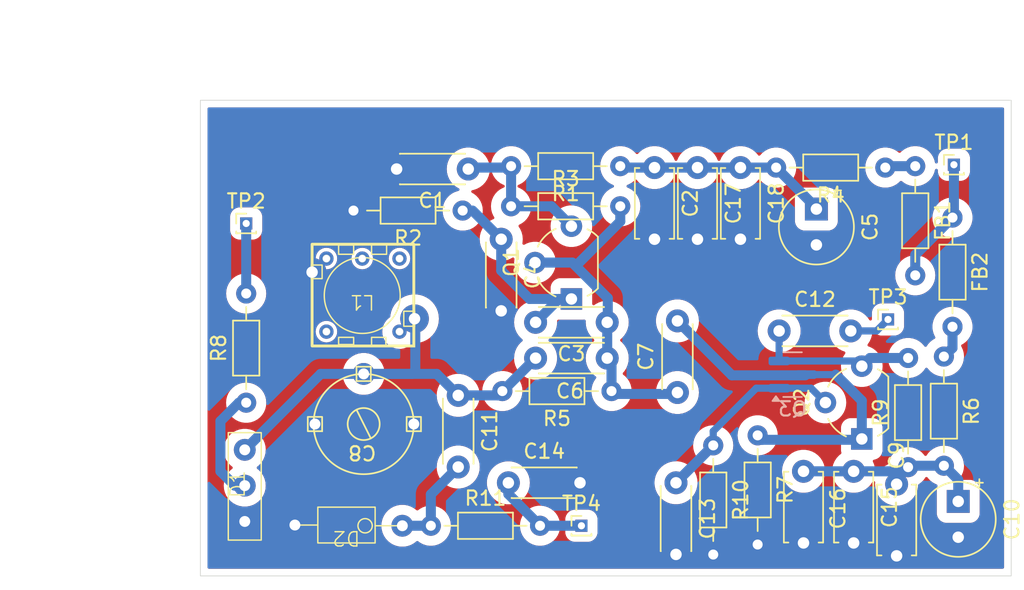
<source format=kicad_pcb>
(kicad_pcb (version 20241229) (generator "pcbnew") (generator_version "9.0")
  (layers (0 "F.Cu" signal) (2 "B.Cu" signal) (13 "F.Paste" user) (15 "B.Paste" user) (5 "F.SilkS" user "F.Silkscreen") (7 "B.SilkS" user "B.Silkscreen") (1 "F.Mask" user) (3 "B.Mask" user) (25 "Edge.Cuts" user))
  (net 0 "")
  (net 1 "Net-(Q1-C)")
  (net 2 "GND")
  (net 3 "Net-(C17-Pad1)")
  (net 4 "Net-(Q1-E)")
  (net 5 "Net-(Q1-B)")
  (net 6 "Net-(D1-A2)")
  (net 7 "Net-(Q2-G)")
  (net 8 "Net-(C10-Pad1)")
  (net 9 "Net-(D2-A1)")
  (net 10 "Net-(C12-Pad2)")
  (net 11 "Net-(Q2-D)")
  (net 12 "Net-(Q2-S)")
  (net 13 "Net-(C14-Pad1)")
  (net 14 "Net-(D1-K)")
  (net 15 "Net-(FB1-Pad1)")
  (net 16 "+15V")
  (net 17 "Net-(FB2-Pad2)")
  (net 18 "Net-(R8-Pad2)")
  (footprint "Capacitor_THT:C_Disc_D4.3mm_W1.9mm_P5.00mm" (layer "F.Cu") (at 151.5 103.5)
    (property "Reference" "C14" (at 2.5 -2.2 0) (layer "F.SilkS"))
    (property "Value" "10n")
    (fp_line (start 0.23 -1.07) (end 0.23 -1.055) (stroke (width 0.12)) (layer "F.SilkS"))
    (fp_line (start 0.23 -1.07) (end 4.77 -1.07) (stroke (width 0.12)) (layer "F.SilkS"))
    (fp_line (start 0.23 1.055) (end 0.23 1.07) (stroke (width 0.12)) (layer "F.SilkS"))
    (fp_line (start 0.23 1.07) (end 4.77 1.07) (stroke (width 0.12)) (layer "F.SilkS"))
    (fp_line (start 4.77 -1.07) (end 4.77 -1.055) (stroke (width 0.12)) (layer "F.SilkS"))
    (fp_line (start 4.77 1.055) (end 4.77 1.07) (stroke (width 0.12)) (layer "F.SilkS"))
    (pad "1" thru_hole circle (at 0 0) (size 1.6 1.6) (drill 0.8) (layers "*.Cu" "*.Mask") (net 13 "Net-(C14-Pad1)"))
    (pad "2" thru_hole circle (at 5 0) (size 1.6 1.6) (drill 0.8) (layers "*.Cu" "*.Mask") (net 2 "GND"))
  )
  (footprint "Resistor_THT:R_Axial_DIN0204_L3.6mm_D1.6mm_P7.62mm_Horizontal" (layer "F.Cu") (at 133.2 97.91 90)
    (property "Reference" "R8" (at 3.81 -1.92 90) (layer "F.SilkS"))
    (property "Value" "56k")
    (fp_line (start 5.73 -0.92) (end 1.89 -0.92) (stroke (width 0.12)) (layer "F.SilkS"))
    (fp_line (start 1.89 -0.92) (end 1.89 0.92) (stroke (width 0.12)) (layer "F.SilkS"))
    (fp_line (start 6.68 0) (end 5.73 0) (stroke (width 0.12)) (layer "F.SilkS"))
    (fp_line (start 0.94 0) (end 1.89 0) (stroke (width 0.12)) (layer "F.SilkS"))
    (fp_line (start 5.73 0.92) (end 5.73 -0.92) (stroke (width 0.12)) (layer "F.SilkS"))
    (fp_line (start 1.89 0.92) (end 5.73 0.92) (stroke (width 0.12)) (layer "F.SilkS"))
    (pad "1" thru_hole circle (at 0 0 90) (size 1.4 1.4) (drill 0.7) (layers "*.Cu" "*.Mask") (net 14 "Net-(D1-K)"))
    (pad "2" thru_hole oval (at 7.62 0 90) (size 1.4 1.4) (drill 0.7) (layers "*.Cu" "*.Mask") (net 18 "Net-(R8-Pad2)"))
  )
  (footprint "Resistor_THT:R_Axial_DIN0204_L3.6mm_D1.6mm_P7.62mm_Horizontal" (layer "F.Cu") (at 146.09 106.5)
    (property "Reference" "R11" (at 3.81 -1.92 0) (layer "F.SilkS"))
    (property "Value" "100k")
    (fp_line (start 0.94 0) (end 1.89 0) (stroke (width 0.12)) (layer "F.SilkS"))
    (fp_line (start 1.89 -0.92) (end 1.89 0.92) (stroke (width 0.12)) (layer "F.SilkS"))
    (fp_line (start 1.89 0.92) (end 5.73 0.92) (stroke (width 0.12)) (layer "F.SilkS"))
    (fp_line (start 5.73 -0.92) (end 1.89 -0.92) (stroke (width 0.12)) (layer "F.SilkS"))
    (fp_line (start 5.73 0.92) (end 5.73 -0.92) (stroke (width 0.12)) (layer "F.SilkS"))
    (fp_line (start 6.68 0) (end 5.73 0) (stroke (width 0.12)) (layer "F.SilkS"))
    (pad "1" thru_hole circle (at 0 0) (size 1.4 1.4) (drill 0.7) (layers "*.Cu" "*.Mask") (net 9 "Net-(D2-A1)"))
    (pad "2" thru_hole oval (at 7.62 0) (size 1.4 1.4) (drill 0.7) (layers "*.Cu" "*.Mask") (net 13 "Net-(C14-Pad1)"))
  )
  (footprint "Capacitor_THT:C_Disc_D4.7mm_W2.5mm_P5.00mm" (layer "F.Cu") (at 178.6 103.6 -90)
    (property "Reference" "C9" (at -2 0 90) (layer "F.SilkS"))
    (property "Value" "100n")
    (fp_line (start 0.03 1.37) (end 4.97 1.37) (stroke (width 0.12)) (layer "F.SilkS"))
    (fp_line (start 0.03 1.055) (end 0.03 1.37) (stroke (width 0.12)) (layer "F.SilkS"))
    (fp_line (start 4.97 1.055) (end 4.97 1.37) (stroke (width 0.12)) (layer "F.SilkS"))
    (fp_line (start 0.03 -1.37) (end 0.03 -1.055) (stroke (width 0.12)) (layer "F.SilkS"))
    (fp_line (start 0.03 -1.37) (end 4.97 -1.37) (stroke (width 0.12)) (layer "F.SilkS"))
    (fp_line (start 4.97 -1.37) (end 4.97 -1.055) (stroke (width 0.12)) (layer "F.SilkS"))
    (pad "1" thru_hole circle (at 0 0 270) (size 1.6 1.6) (drill 0.8) (layers "*.Cu" "*.Mask") (net 8 "Net-(C10-Pad1)"))
    (pad "2" thru_hole circle (at 5 0 270) (size 1.6 1.6) (drill 0.8) (layers "*.Cu" "*.Mask") (net 2 "GND"))
  )
  (footprint "Resistor_THT:R_Axial_DIN0204_L3.6mm_D1.6mm_P7.62mm_Horizontal" (layer "F.Cu") (at 165.8 100.89 -90)
    (property "Reference" "R10" (at 3.81 -1.92 90) (layer "F.SilkS"))
    (property "Value" "200")
    (fp_line (start 1.89 0.92) (end 5.73 0.92) (stroke (width 0.12)) (layer "F.SilkS"))
    (fp_line (start 5.73 0.92) (end 5.73 -0.92) (stroke (width 0.12)) (layer "F.SilkS"))
    (fp_line (start 0.94 0) (end 1.89 0) (stroke (width 0.12)) (layer "F.SilkS"))
    (fp_line (start 6.68 0) (end 5.73 0) (stroke (width 0.12)) (layer "F.SilkS"))
    (fp_line (start 1.89 -0.92) (end 1.89 0.92) (stroke (width 0.12)) (layer "F.SilkS"))
    (fp_line (start 5.73 -0.92) (end 1.89 -0.92) (stroke (width 0.12)) (layer "F.SilkS"))
    (pad "1" thru_hole circle (at 0 0 270) (size 1.4 1.4) (drill 0.7) (layers "*.Cu" "*.Mask") (net 12 "Net-(Q2-S)"))
    (pad "2" thru_hole oval (at 7.62 0 270) (size 1.4 1.4) (drill 0.7) (layers "*.Cu" "*.Mask") (net 2 "GND"))
  )
  (footprint "Cewki-powietrzne:Cewka-powietrzna-5mm" (layer "F.Cu") (at 141.3 90.4 180)
    (property "Reference" "L1" (at 0 -0.5 180) (layer "F.SilkS") (effects (font (thickness 0.1))))
    (property "Value" "52n")
    (fp_rect (start 2.8 1.15) (end 3.55 2.1) (stroke (width 0.1)) (fill no) (layer "F.SilkS"))
    (fp_rect (start 0.6 2.85) (end 1.65 3.5) (stroke (width 0.1)) (fill no) (layer "F.SilkS"))
    (fp_rect (start 0.6 -3.45) (end 1.65 -2.95) (stroke (width 0.1)) (fill no) (layer "F.SilkS"))
    (fp_rect (start -1.65 -3.5) (end -0.65 -2.95) (stroke (width 0.1)) (fill no) (layer "F.SilkS"))
    (fp_rect (start -1.7 2.85) (end -0.65 3.55) (stroke (width 0.1)) (fill no) (layer "F.SilkS"))
    (fp_rect (start -3.6 -3.55) (end 3.5 3.55) (stroke (width 0.2)) (fill no) (layer "F.SilkS"))
    (fp_rect (start -3.65 -2.175) (end -2.9 -1.125) (stroke (width 0.1)) (fill no) (layer "F.SilkS"))
    (fp_circle (center 0 -0.025) (end 2.65 -0.025) (stroke (width 0.1)) (fill no) (layer "F.SilkS"))
    (fp_circle (center 2.5 2.55) (end 2.75 2.55) (stroke (width 0.05)) (fill no) (layer "Edge.Cuts"))
    (fp_circle (center 2.5 -2.55) (end 2.75 -2.55) (stroke (width 0.05)) (fill no) (layer "Edge.Cuts"))
    (fp_circle (center 0 2.55) (end 0.25 2.55) (stroke (width 0.05)) (fill no) (layer "Edge.Cuts"))
    (fp_circle (center -2.6 2.55) (end -2.35 2.55) (stroke (width 0.05)) (fill no) (layer "Edge.Cuts"))
    (fp_circle (center -2.6 -2.55) (end -2.35 -2.55) (stroke (width 0.05)) (fill no) (layer "Edge.Cuts"))
    (pad "1" thru_hole circle (at -3.65 -1.65 180) (size 2 2) (drill 0.8) (layers "*.Cu" "*.Mask") (net 6 "Net-(D1-A2)"))
    (pad "2" thru_hole circle (at 3.5 1.6 180) (size 2 2) (drill 0.8) (layers "*.Cu" "*.Mask") (net 2 "GND"))
    (pad "3" thru_hole circle (at -2.6 -2.55 180) (size 1 1) (drill 0.5) (layers "*.Cu" "*.Mask") (net 6 "Net-(D1-A2)"))
    (pad "4" thru_hole circle (at 2.5 -2.55 180) (size 1 1) (drill 0.5) (layers "*.Cu" "*.Mask") (net 2 "GND"))
    (pad "5" thru_hole circle (at -2.6 2.55 180) (size 1 1) (drill 0.5) (layers "*.Cu" "*.Mask") (net 2 "GND"))
    (pad "6" thru_hole circle (at 0 2.55 180) (size 1 1) (drill 0.5) (layers "*.Cu" "*.Mask") (net 2 "GND"))
    (pad "7" thru_hole circle (at 2.5 2.55 180) (size 1 1) (drill 0.5) (layers "*.Cu" "*.Mask") (net 2 "GND"))
  )
  (footprint "Resistor_THT:R_Axial_DIN0204_L3.6mm_D1.6mm_P7.62mm_Horizontal" (layer "F.Cu") (at 179.9 81.4 -90)
    (property "Reference" "FB1" (at 3.81 -1.92 90) (layer "F.SilkS"))
    (property "Value" "BLM21HE802SN1L")
    (fp_line (start 1.89 0.92) (end 5.73 0.92) (stroke (width 0.12)) (layer "F.SilkS"))
    (fp_line (start 5.73 0.92) (end 5.73 -0.92) (stroke (width 0.12)) (layer "F.SilkS"))
    (fp_line (start 0.94 0) (end 1.89 0) (stroke (width 0.12)) (layer "F.SilkS"))
    (fp_line (start 6.68 0) (end 5.73 0) (stroke (width 0.12)) (layer "F.SilkS"))
    (fp_line (start 1.89 -0.92) (end 1.89 0.92) (stroke (width 0.12)) (layer "F.SilkS"))
    (fp_line (start 5.73 -0.92) (end 1.89 -0.92) (stroke (width 0.12)) (layer "F.SilkS"))
    (pad "1" thru_hole circle (at 0 0 270) (size 1.4 1.4) (drill 0.7) (layers "*.Cu" "*.Mask") (net 15 "Net-(FB1-Pad1)"))
    (pad "2" thru_hole oval (at 7.62 0 270) (size 1.4 1.4) (drill 0.7) (layers "*.Cu" "*.Mask") (net 16 "+15V"))
  )
  (footprint "Capacitor_THT:C_Disc_D4.7mm_W2.5mm_P5.00mm" (layer "F.Cu") (at 161.7 81.5 -90)
    (property "Reference" "C2" (at 2.5 -2.5 90) (layer "F.SilkS"))
    (property "Value" "100n")
    (fp_line (start 0.03 1.37) (end 4.97 1.37) (stroke (width 0.12)) (layer "F.SilkS"))
    (fp_line (start 0.03 1.055) (end 0.03 1.37) (stroke (width 0.12)) (layer "F.SilkS"))
    (fp_line (start 4.97 1.055) (end 4.97 1.37) (stroke (width 0.12)) (layer "F.SilkS"))
    (fp_line (start 0.03 -1.37) (end 0.03 -1.055) (stroke (width 0.12)) (layer "F.SilkS"))
    (fp_line (start 0.03 -1.37) (end 4.97 -1.37) (stroke (width 0.12)) (layer "F.SilkS"))
    (fp_line (start 4.97 -1.37) (end 4.97 -1.055) (stroke (width 0.12)) (layer "F.SilkS"))
    (pad "1" thru_hole circle (at 0 0 270) (size 1.6 1.6) (drill 0.8) (layers "*.Cu" "*.Mask") (net 3 "Net-(C17-Pad1)"))
    (pad "2" thru_hole circle (at 5 0 270) (size 1.6 1.6) (drill 0.8) (layers "*.Cu" "*.Mask") (net 2 "GND"))
  )
  (footprint "Package_TO_SOT_THT:TO-92_Wide" (layer "F.Cu") (at 155.9 90.67 90)
    (property "Reference" "Q1" (at 2.55 -4.19 90) (layer "F.SilkS"))
    (property "Value" "2N3904")
    (fp_line (start 0.74 1.85) (end 4.34 1.85) (stroke (width 0.12)) (layer "F.SilkS"))
    (fp_arc (start 3.65 -2.35) (mid 4.382279 -1.833196) (end 4.895458 -1.098371) (stroke (width 0.12)) (layer "F.SilkS"))
    (fp_arc (start 0.172801 -1.103842) (mid 0.678995 -1.832692) (end 1.4 -2.35) (stroke (width 0.12)) (layer "F.SilkS"))
    (fp_arc (start 4.864184 1.122795) (mid 4.633903 1.509328) (end 4.34 1.85) (stroke (width 0.12)) (layer "F.SilkS"))
    (fp_arc (start 0.74 1.85) (mid 0.446097 1.509328) (end 0.215816 1.122795) (stroke (width 0.12)) (layer "F.SilkS"))
    (pad "1" thru_hole rect (at 0 0 90) (size 1.5 1.5) (drill 0.8) (layers "*.Cu" "*.Mask") (net 4 "Net-(Q1-E)"))
    (pad "2" thru_hole circle (at 2.54 -2.54 90) (size 1.5 1.5) (drill 0.8) (layers "*.Cu" "*.Mask") (net 5 "Net-(Q1-B)"))
    (pad "3" thru_hole circle (at 5.08 0 90) (size 1.5 1.5) (drill 0.8) (layers "*.Cu" "*.Mask") (net 1 "Net-(Q1-C)"))
  )
  (footprint "Resistor_THT:R_Axial_DIN0204_L3.6mm_D1.6mm_P7.62mm_Horizontal" (layer "F.Cu") (at 158.7 97.1 180)
    (property "Reference" "R5" (at 3.81 -1.92 0) (layer "F.SilkS"))
    (property "Value" "10k")
    (fp_line (start 6.68 0) (end 5.73 0) (stroke (width 0.12)) (layer "F.SilkS"))
    (fp_line (start 5.73 0.92) (end 5.73 -0.92) (stroke (width 0.12)) (layer "F.SilkS"))
    (fp_line (start 5.73 -0.92) (end 1.89 -0.92) (stroke (width 0.12)) (layer "F.SilkS"))
    (fp_line (start 1.89 0.92) (end 5.73 0.92) (stroke (width 0.12)) (layer "F.SilkS"))
    (fp_line (start 1.89 -0.92) (end 1.89 0.92) (stroke (width 0.12)) (layer "F.SilkS"))
    (fp_line (start 0.94 0) (end 1.89 0) (stroke (width 0.12)) (layer "F.SilkS"))
    (pad "1" thru_hole circle (at 0 0 180) (size 1.4 1.4) (drill 0.7) (layers "*.Cu" "*.Mask") (net 5 "Net-(Q1-B)"))
    (pad "2" thru_hole oval (at 7.62 0 180) (size 1.4 1.4) (drill 0.7) (layers "*.Cu" "*.Mask") (net 6 "Net-(D1-A2)"))
  )
  (footprint "Resistor_THT:R_Axial_DIN0204_L3.6mm_D1.6mm_P7.62mm_Horizontal" (layer "F.Cu") (at 168.9 100.19 -90)
    (property "Reference" "R7" (at 3.81 -1.92 90) (layer "F.SilkS"))
    (property "Value" "1M")
    (fp_line (start 1.89 0.92) (end 5.73 0.92) (stroke (width 0.12)) (layer "F.SilkS"))
    (fp_line (start 5.73 0.92) (end 5.73 -0.92) (stroke (width 0.12)) (layer "F.SilkS"))
    (fp_line (start 0.94 0) (end 1.89 0) (stroke (width 0.12)) (layer "F.SilkS"))
    (fp_line (start 6.68 0) (end 5.73 0) (stroke (width 0.12)) (layer "F.SilkS"))
    (fp_line (start 1.89 -0.92) (end 1.89 0.92) (stroke (width 0.12)) (layer "F.SilkS"))
    (fp_line (start 5.73 -0.92) (end 1.89 -0.92) (stroke (width 0.12)) (layer "F.SilkS"))
    (pad "1" thru_hole circle (at 0 0 270) (size 1.4 1.4) (drill 0.7) (layers "*.Cu" "*.Mask") (net 7 "Net-(Q2-G)"))
    (pad "2" thru_hole oval (at 7.62 0 270) (size 1.4 1.4) (drill 0.7) (layers "*.Cu" "*.Mask") (net 2 "GND"))
  )
  (footprint "Resistor_THT:R_Axial_DIN0204_L3.6mm_D1.6mm_P7.62mm_Horizontal" (layer "F.Cu") (at 177.81 81.5 180)
    (property "Reference" "R4" (at 3.81 -1.92 0) (layer "F.SilkS"))
    (property "Value" "100")
    (fp_line (start 6.68 0) (end 5.73 0) (stroke (width 0.12)) (layer "F.SilkS"))
    (fp_line (start 5.73 0.92) (end 5.73 -0.92) (stroke (width 0.12)) (layer "F.SilkS"))
    (fp_line (start 5.73 -0.92) (end 1.89 -0.92) (stroke (width 0.12)) (layer "F.SilkS"))
    (fp_line (start 1.89 0.92) (end 5.73 0.92) (stroke (width 0.12)) (layer "F.SilkS"))
    (fp_line (start 1.89 -0.92) (end 1.89 0.92) (stroke (width 0.12)) (layer "F.SilkS"))
    (fp_line (start 0.94 0) (end 1.89 0) (stroke (width 0.12)) (layer "F.SilkS"))
    (pad "1" thru_hole circle (at 0 0 180) (size 1.4 1.4) (drill 0.7) (layers "*.Cu" "*.Mask") (net 15 "Net-(FB1-Pad1)"))
    (pad "2" thru_hole oval (at 7.62 0 180) (size 1.4 1.4) (drill 0.7) (layers "*.Cu" "*.Mask") (net 3 "Net-(C17-Pad1)"))
  )
  (footprint "Warikapy:BB105G" (layer "F.Cu") (at 140.4 106.5 180)
    (property "Reference" "D2" (at 0.213 -0.87 180) (layer "F.SilkS") (effects (font (thickness 0.1))))
    (property "Value" "BB105G")
    (fp_line (start 2.2 0.05) (end 3.8 0.05) (stroke (width 0.1)) (layer "F.SilkS"))
    (fp_line (start -3.7 0) (end -1.8 0) (stroke (width 0.1)) (layer "F.SilkS"))
    (fp_rect (start -1.8 -1.2) (end 2.2 1.3) (stroke (width 0.1)) (fill no) (layer "F.SilkS"))
    (fp_circle (center -1.1 0) (end -0.8 0.4) (stroke (width 0.1)) (fill no) (layer "F.SilkS"))
    (pad "1" thru_hole circle (at -3.7 0 180) (size 1.524 1.524) (drill 0.762) (layers "*.Cu" "*.Mask") (net 9 "Net-(D2-A1)"))
    (pad "2" thru_hole circle (at 3.8 0.05 180) (size 1.524 1.524) (drill 0.762) (layers "*.Cu" "*.Mask") (net 2 "GND"))
  )
  (footprint "Capacitor_THT:C_Disc_D4.3mm_W1.9mm_P5.00mm" (layer "F.Cu") (at 148 97.4 -90)
    (property "Reference" "C11" (at 2.5 -2.2 90) (layer "F.SilkS"))
    (property "Value" "3p3")
    (fp_line (start 0.23 1.07) (end 4.77 1.07) (stroke (width 0.12)) (layer "F.SilkS"))
    (fp_line (start 0.23 1.055) (end 0.23 1.07) (stroke (width 0.12)) (layer "F.SilkS"))
    (fp_line (start 4.77 1.055) (end 4.77 1.07) (stroke (width 0.12)) (layer "F.SilkS"))
    (fp_line (start 0.23 -1.07) (end 0.23 -1.055) (stroke (width 0.12)) (layer "F.SilkS"))
    (fp_line (start 0.23 -1.07) (end 4.77 -1.07) (stroke (width 0.12)) (layer "F.SilkS"))
    (fp_line (start 4.77 -1.07) (end 4.77 -1.055) (stroke (width 0.12)) (layer "F.SilkS"))
    (pad "1" thru_hole circle (at 0 0 270) (size 1.6 1.6) (drill 0.8) (layers "*.Cu" "*.Mask") (net 6 "Net-(D1-A2)"))
    (pad "2" thru_hole circle (at 5 0 270) (size 1.6 1.6) (drill 0.8) (layers "*.Cu" "*.Mask") (net 9 "Net-(D2-A1)"))
  )
  (footprint "Resistor_THT:R_Axial_DIN0204_L3.6mm_D1.6mm_P7.62mm_Horizontal" (layer "F.Cu") (at 148.31 84.5 180)
    (property "Reference" "R2" (at 3.81 -1.92 0) (layer "F.SilkS"))
    (property "Value" "4k7")
    (fp_line (start 6.68 0) (end 5.73 0) (stroke (width 0.12)) (layer "F.SilkS"))
    (fp_line (start 5.73 0.92) (end 5.73 -0.92) (stroke (width 0.12)) (layer "F.SilkS"))
    (fp_line (start 5.73 -0.92) (end 1.89 -0.92) (stroke (width 0.12)) (layer "F.SilkS"))
    (fp_line (start 1.89 0.92) (end 5.73 0.92) (stroke (width 0.12)) (layer "F.SilkS"))
    (fp_line (start 1.89 -0.92) (end 1.89 0.92) (stroke (width 0.12)) (layer "F.SilkS"))
    (fp_line (start 0.94 0) (end 1.89 0) (stroke (width 0.12)) (layer "F.SilkS"))
    (pad "1" thru_hole circle (at 0 0 180) (size 1.4 1.4) (drill 0.7) (layers "*.Cu" "*.Mask") (net 4 "Net-(Q1-E)"))
    (pad "2" thru_hole oval (at 7.62 0 180) (size 1.4 1.4) (drill 0.7) (layers "*.Cu" "*.Mask") (net 2 "GND"))
  )
  (footprint "Capacitor_THT:C_Disc_D4.3mm_W1.9mm_P5.00mm" (layer "F.Cu") (at 170.4 92.9)
    (property "Reference" "C12" (at 2.5 -2.2 0) (layer "F.SilkS"))
    (property "Value" "1n")
    (fp_line (start 0.23 -1.07) (end 0.23 -1.055) (stroke (width 0.12)) (layer "F.SilkS"))
    (fp_line (start 0.23 -1.07) (end 4.77 -1.07) (stroke (width 0.12)) (layer "F.SilkS"))
    (fp_line (start 0.23 1.055) (end 0.23 1.07) (stroke (width 0.12)) (layer "F.SilkS"))
    (fp_line (start 0.23 1.07) (end 4.77 1.07) (stroke (width 0.12)) (layer "F.SilkS"))
    (fp_line (start 4.77 -1.07) (end 4.77 -1.055) (stroke (width 0.12)) (layer "F.SilkS"))
    (fp_line (start 4.77 1.055) (end 4.77 1.07) (stroke (width 0.12)) (layer "F.SilkS"))
    (pad "1" thru_hole circle (at 0 0) (size 1.6 1.6) (drill 0.8) (layers "*.Cu" "*.Mask") (net 11 "Net-(Q2-D)"))
    (pad "2" thru_hole circle (at 5 0) (size 1.6 1.6) (drill 0.8) (layers "*.Cu" "*.Mask") (net 10 "Net-(C12-Pad2)"))
  )
  (footprint "Resistor_THT:R_Axial_DIN0204_L3.6mm_D1.6mm_P7.62mm_Horizontal" (layer "F.Cu") (at 151.69 84.2)
    (property "Reference" "R3" (at 3.81 -1.92 0) (layer "F.SilkS"))
    (property "Value" "15k")
    (fp_line (start 0.94 0) (end 1.89 0) (stroke (width 0.12)) (layer "F.SilkS"))
    (fp_line (start 1.89 -0.92) (end 1.89 0.92) (stroke (width 0.12)) (layer "F.SilkS"))
    (fp_line (start 1.89 0.92) (end 5.73 0.92) (stroke (width 0.12)) (layer "F.SilkS"))
    (fp_line (start 5.73 -0.92) (end 1.89 -0.92) (stroke (width 0.12)) (layer "F.SilkS"))
    (fp_line (start 5.73 0.92) (end 5.73 -0.92) (stroke (width 0.12)) (layer "F.SilkS"))
    (fp_line (start 6.68 0) (end 5.73 0) (stroke (width 0.12)) (layer "F.SilkS"))
    (pad "1" thru_hole circle (at 0 0) (size 1.4 1.4) (drill 0.7) (layers "*.Cu" "*.Mask") (net 1 "Net-(Q1-C)"))
    (pad "2" thru_hole oval (at 7.62 0) (size 1.4 1.4) (drill 0.7) (layers "*.Cu" "*.Mask") (net 5 "Net-(Q1-B)"))
  )
  (footprint "Resistor_THT:R_Axial_DIN0204_L3.6mm_D1.6mm_P7.62mm_Horizontal" (layer "F.Cu") (at 179.4 102.41 90)
    (property "Reference" "R9" (at 3.81 -1.92 90) (layer "F.SilkS"))
    (property "Value" "1k6")
    (fp_line (start 5.73 -0.92) (end 1.89 -0.92) (stroke (width 0.12)) (layer "F.SilkS"))
    (fp_line (start 1.89 -0.92) (end 1.89 0.92) (stroke (width 0.12)) (layer "F.SilkS"))
    (fp_line (start 6.68 0) (end 5.73 0) (stroke (width 0.12)) (layer "F.SilkS"))
    (fp_line (start 0.94 0) (end 1.89 0) (stroke (width 0.12)) (layer "F.SilkS"))
    (fp_line (start 5.73 0.92) (end 5.73 -0.92) (stroke (width 0.12)) (layer "F.SilkS"))
    (fp_line (start 1.89 0.92) (end 5.73 0.92) (stroke (width 0.12)) (layer "F.SilkS"))
    (pad "1" thru_hole circle (at 0 0 90) (size 1.4 1.4) (drill 0.7) (layers "*.Cu" "*.Mask") (net 8 "Net-(C10-Pad1)"))
    (pad "2" thru_hole oval (at 7.62 0 90) (size 1.4 1.4) (drill 0.7) (layers "*.Cu" "*.Mask") (net 11 "Net-(Q2-D)"))
  )
  (footprint "Capacitor_THT:C_Disc_D4.7mm_W2.5mm_P5.00mm" (layer "F.Cu") (at 172.1 102.7 -90)
    (property "Reference" "C16" (at 2.6 -2.4 90) (layer "F.SilkS"))
    (property "Value" "1n")
    (fp_line (start 0.03 1.37) (end 4.97 1.37) (stroke (width 0.12)) (layer "F.SilkS"))
    (fp_line (start 0.03 1.055) (end 0.03 1.37) (stroke (width 0.12)) (layer "F.SilkS"))
    (fp_line (start 4.97 1.055) (end 4.97 1.37) (stroke (width 0.12)) (layer "F.SilkS"))
    (fp_line (start 0.03 -1.37) (end 0.03 -1.055) (stroke (width 0.12)) (layer "F.SilkS"))
    (fp_line (start 0.03 -1.37) (end 4.97 -1.37) (stroke (width 0.12)) (layer "F.SilkS"))
    (fp_line (start 4.97 -1.37) (end 4.97 -1.055) (stroke (width 0.12)) (layer "F.SilkS"))
    (pad "1" thru_hole circle (at 0 0 270) (size 1.6 1.6) (drill 0.8) (layers "*.Cu" "*.Mask") (net 8 "Net-(C10-Pad1)"))
    (pad "2" thru_hole circle (at 5 0 270) (size 1.6 1.6) (drill 0.8) (layers "*.Cu" "*.Mask") (net 2 "GND"))
  )
  (footprint "Connector_PinHeader_1.00mm:PinHeader_1x01_P1.00mm_Vertical" (layer "F.Cu") (at 182.6 81.3)
    (property "Reference" "TP1" (at 0 -1.56 0) (layer "F.SilkS"))
    (property "Value" "+Vcc")
    (fp_line (start -0.695 -0.685) (end 0 -0.685) (stroke (width 0.12)) (layer "F.SilkS"))
    (fp_line (start -0.695 0) (end -0.695 -0.685) (stroke (width 0.12)) (layer "F.SilkS"))
    (fp_line (start -0.695 0.685) (end -0.695 0.56) (stroke (width 0.12)) (layer "F.SilkS"))
    (fp_line (start -0.695 0.685) (end -0.608276 0.685) (stroke (width 0.12)) (layer "F.SilkS"))
    (fp_line (start -0.695 0.685) (end 0.695 0.685) (stroke (width 0.12)) (layer "F.SilkS"))
    (fp_line (start 0.608276 0.685) (end 0.695 0.685) (stroke (width 0.12)) (layer "F.SilkS"))
    (fp_line (start 0.695 0.685) (end 0.695 0.56) (stroke (width 0.12)) (layer "F.SilkS"))
    (pad "1" thru_hole rect (at 0 0) (size 0.85 0.85) (drill 0.5) (layers "*.Cu" "*.Mask") (net 16 "+15V"))
  )
  (footprint "Connector_PinHeader_1.00mm:PinHeader_1x01_P1.00mm_Vertical" (layer "F.Cu") (at 156.6 106.5)
    (property "Reference" "TP4" (at 0 -1.56 0) (layer "F.SilkS"))
    (property "Value" "ARCz")
    (fp_line (start -0.695 -0.685) (end 0 -0.685) (stroke (width 0.12)) (layer "F.SilkS"))
    (fp_line (start -0.695 0) (end -0.695 -0.685) (stroke (width 0.12)) (layer "F.SilkS"))
    (fp_line (start -0.695 0.685) (end -0.695 0.56) (stroke (width 0.12)) (layer "F.SilkS"))
    (fp_line (start -0.695 0.685) (end -0.608276 0.685) (stroke (width 0.12)) (layer "F.SilkS"))
    (fp_line (start -0.695 0.685) (end 0.695 0.685) (stroke (width 0.12)) (layer "F.SilkS"))
    (fp_line (start 0.608276 0.685) (end 0.695 0.685) (stroke (width 0.12)) (layer "F.SilkS"))
    (fp_line (start 0.695 0.685) (end 0.695 0.56) (stroke (width 0.12)) (layer "F.SilkS"))
    (pad "1" thru_hole rect (at 0 0) (size 0.85 0.85) (drill 0.5) (layers "*.Cu" "*.Mask") (net 13 "Net-(C14-Pad1)"))
  )
  (footprint "Capacitor_THT:C_Disc_D4.3mm_W1.9mm_P5.00mm" (layer "F.Cu") (at 158.4 92.3 180)
    (property "Reference" "C3" (at 2.5 -2.2 0) (layer "F.SilkS"))
    (property "Value" "12p")
    (fp_line (start 4.77 1.055) (end 4.77 1.07) (stroke (width 0.12)) (layer "F.SilkS"))
    (fp_line (start 4.77 -1.07) (end 4.77 -1.055) (stroke (width 0.12)) (layer "F.SilkS"))
    (fp_line (start 0.23 1.07) (end 4.77 1.07) (stroke (width 0.12)) (layer "F.SilkS"))
    (fp_line (start 0.23 1.055) (end 0.23 1.07) (stroke (width 0.12)) (layer "F.SilkS"))
    (fp_line (start 0.23 -1.07) (end 4.77 -1.07) (stroke (width 0.12)) (layer "F.SilkS"))
    (fp_line (start 0.23 -1.07) (end 0.23 -1.055) (stroke (width 0.12)) (layer "F.SilkS"))
    (pad "1" thru_hole circle (at 0 0 180) (size 1.6 1.6) (drill 0.8) (layers "*.Cu" "*.Mask") (net 5 "Net-(Q1-B)"))
    (pad "2" thru_hole circle (at 5 0 180) (size 1.6 1.6) (drill 0.8) (layers "*.Cu" "*.Mask") (net 4 "Net-(Q1-E)"))
  )
  (footprint "Trymery-ceramiczne:Trymer 3-10pF" (layer "F.Cu") (at 141.4 99.4 180)
    (property "Reference" "C8" (at 0.1 -2 180) (layer "F.SilkS"))
    (property "Value" "3-12p")
    (fp_line (start -0.5 -1) (end 0.5 1) (stroke (width 0.12)) (layer "F.SilkS"))
    (fp_rect (start 2.9 -0.5) (end 3.9 0.5) (stroke (width 0.12)) (fill no) (layer "F.SilkS"))
    (fp_rect (start -0.5 3) (end 0.5 4) (stroke (width 0.12)) (fill no) (layer "F.SilkS"))
    (fp_rect (start -4 -0.5) (end -3 0.5) (stroke (width 0.12)) (fill no) (layer "F.SilkS"))
    (fp_circle (center 0 0) (end 3.5 0) (stroke (width 0.12)) (fill no) (layer "F.SilkS"))
    (fp_circle (center 0 0) (end 1 0.5) (stroke (width 0.12)) (fill no) (layer "F.SilkS"))
    (pad "1" thru_hole circle (at 0 3.5 180) (size 1.524 1.524) (drill 0.762) (layers "*.Cu" "*.Mask") (net 6 "Net-(D1-A2)"))
    (pad "2" thru_hole circle (at -3.5 0 180) (size 1.524 1.524) (drill 0.762) (layers "*.Cu" "*.Mask") (net 2 "GND"))
    (pad "2" thru_hole circle (at 3.4 0 180) (size 1.524 1.524) (drill 0.762) (layers "*.Cu" "*.Mask") (net 2 "GND"))
  )
  (footprint "Capacitor_THT:C_Disc_D4.3mm_W1.9mm_P5.00mm" (layer "F.Cu") (at 151 86.5 -90)
    (property "Reference" "C4" (at 2.5 -2.2 90) (layer "F.SilkS"))
    (property "Value" "12p")
    (fp_line (start 0.23 1.07) (end 4.77 1.07) (stroke (width 0.12)) (layer "F.SilkS"))
    (fp_line (start 0.23 1.055) (end 0.23 1.07) (stroke (width 0.12)) (layer "F.SilkS"))
    (fp_line (start 4.77 1.055) (end 4.77 1.07) (stroke (width 0.12)) (layer "F.SilkS"))
    (fp_line (start 0.23 -1.07) (end 0.23 -1.055) (stroke (width 0.12)) (layer "F.SilkS"))
    (fp_line (start 0.23 -1.07) (end 4.77 -1.07) (stroke (width 0.12)) (layer "F.SilkS"))
    (fp_line (start 4.77 -1.07) (end 4.77 -1.055) (stroke (width 0.12)) (layer "F.SilkS"))
    (pad "1" thru_hole circle (at 0 0 270) (size 1.6 1.6) (drill 0.8) (layers "*.Cu" "*.Mask") (net 4 "Net-(Q1-E)"))
    (pad "2" thru_hole circle (at 5 0 270) (size 1.6 1.6) (drill 0.8) (layers "*.Cu" "*.Mask") (net 2 "GND"))
  )
  (footprint "Capacitor_THT:C_Disc_D4.3mm_W1.9mm_P5.00mm" (layer "F.Cu") (at 158.4 94.8 180)
    (property "Reference" "C6" (at 2.6 -2.3 0) (layer "F.SilkS"))
    (property "Value" "12p")
    (fp_line (start 4.77 1.055) (end 4.77 1.07) (stroke (width 0.12)) (layer "F.SilkS"))
    (fp_line (start 4.77 -1.07) (end 4.77 -1.055) (stroke (width 0.12)) (layer "F.SilkS"))
    (fp_line (start 0.23 1.07) (end 4.77 1.07) (stroke (width 0.12)) (layer "F.SilkS"))
    (fp_line (start 0.23 1.055) (end 0.23 1.07) (stroke (width 0.12)) (layer "F.SilkS"))
    (fp_line (start 0.23 -1.07) (end 4.77 -1.07) (stroke (width 0.12)) (layer "F.SilkS"))
    (fp_line (start 0.23 -1.07) (end 0.23 -1.055) (stroke (width 0.12)) (layer "F.SilkS"))
    (pad "1" thru_hole circle (at 0 0 180) (size 1.6 1.6) (drill 0.8) (layers "*.Cu" "*.Mask") (net 5 "Net-(Q1-B)"))
    (pad "2" thru_hole circle (at 5 0 180) (size 1.6 1.6) (drill 0.8) (layers "*.Cu" "*.Mask") (net 6 "Net-(D1-A2)"))
  )
  (footprint "Capacitor_THT:C_Disc_D4.3mm_W1.9mm_P5.00mm" (layer "F.Cu") (at 148.7 81.6 180)
    (property "Reference" "C1" (at 2.5 -2.2 0) (layer "F.SilkS"))
    (property "Value" "1n")
    (fp_line (start 4.77 1.055) (end 4.77 1.07) (stroke (width 0.12)) (layer "F.SilkS"))
    (fp_line (start 4.77 -1.07) (end 4.77 -1.055) (stroke (width 0.12)) (layer "F.SilkS"))
    (fp_line (start 0.23 1.07) (end 4.77 1.07) (stroke (width 0.12)) (layer "F.SilkS"))
    (fp_line (start 0.23 1.055) (end 0.23 1.07) (stroke (width 0.12)) (layer "F.SilkS"))
    (fp_line (start 0.23 -1.07) (end 4.77 -1.07) (stroke (width 0.12)) (layer "F.SilkS"))
    (fp_line (start 0.23 -1.07) (end 0.23 -1.055) (stroke (width 0.12)) (layer "F.SilkS"))
    (pad "1" thru_hole circle (at 0 0 180) (size 1.6 1.6) (drill 0.8) (layers "*.Cu" "*.Mask") (net 1 "Net-(Q1-C)"))
    (pad "2" thru_hole circle (at 5 0 180) (size 1.6 1.6) (drill 0.8) (layers "*.Cu" "*.Mask") (net 2 "GND"))
  )
  (footprint "Capacitor_THT:CP_Radial_Tantal_D5.0mm_P2.50mm" (layer "F.Cu") (at 173 84.394888 -90)
    (property "Reference" "C5" (at 1.25 -3.75 90) (layer "F.SilkS"))
    (property "Value" "22u/16V")
    (fp_line (start -1.554775 -1.475) (end -1.054775 -1.475) (stroke (width 0.12)) (layer "F.SilkS"))
    (fp_line (start -1.304775 -1.725) (end -1.304775 -1.225) (stroke (width 0.12)) (layer "F.SilkS"))
    (fp_circle (center 1.25 0) (end 3.87 0) (stroke (width 0.12)) (fill no) (layer "F.SilkS"))
    (pad "1" thru_hole rect (at 0 0 270) (size 1.6 1.6) (drill 0.8) (layers "*.Cu" "*.Mask") (net 3 "Net-(C17-Pad1)"))
    (pad "2" thru_hole circle (at 2.5 0 270) (size 1.6 1.6) (drill 0.8) (layers "*.Cu" "*.Mask") (net 2 "GND"))
  )
  (footprint "Warikapy:BB104B" (layer "F.Cu") (at 133.1 103.6 90)
    (property "Reference" "D1" (at 0 -0.5 90) (layer "F.SilkS") (effects (font (thickness 0.1))))
    (property "Value" "~")
    (fp_rect (start -3.9 -1.15) (end 3.6 1.15) (stroke (width 0.1)) (fill no) (layer "F.SilkS"))
    (pad "1" thru_hole circle (at -2.6 0 90) (size 1.524 1.524) (drill 0.762) (layers "*.Cu" "*.Mask") (net 2 "GND"))
    (pad "2" thru_hole circle (at 2.4 0 90) (size 1.524 1.524) (drill 0.762) (layers "*.Cu" "*.Mask") (net 6 "Net-(D1-A2)"))
    (pad "3" thru_hole circle (at -0.1 0 90) (size 1.524 1.524) (drill 0.762) (layers "*.Cu" "*.Mask") (net 14 "Net-(D1-K)"))
  )
  (footprint "Capacitor_THT:C_Disc_D4.3mm_W1.9mm_P5.00mm" (layer "F.Cu") (at 163.3 97.2 90)
    (property "Reference" "C7" (at 2.5 -2.2 90) (layer "F.SilkS"))
    (property "Value" "2p2")
    (fp_line (start 4.77 -1.07) (end 4.77 -1.055) (stroke (width 0.12)) (layer "F.SilkS"))
    (fp_line (start 0.23 -1.07) (end 4.77 -1.07) (stroke (width 0.12)) (layer "F.SilkS"))
    (fp_line (start 0.23 -1.07) (end 0.23 -1.055) (stroke (width 0.12)) (layer "F.SilkS"))
    (fp_line (start 4.77 1.055) (end 4.77 1.07) (stroke (width 0.12)) (layer "F.SilkS"))
    (fp_line (start 0.23 1.055) (end 0.23 1.07) (stroke (width 0.12)) (layer "F.SilkS"))
    (fp_line (start 0.23 1.07) (end 4.77 1.07) (stroke (width 0.12)) (layer "F.SilkS"))
    (pad "1" thru_hole circle (at 0 0 90) (size 1.6 1.6) (drill 0.8) (layers "*.Cu" "*.Mask") (net 5 "Net-(Q1-B)"))
    (pad "2" thru_hole circle (at 5 0 90) (size 1.6 1.6) (drill 0.8) (layers "*.Cu" "*.Mask") (net 7 "Net-(Q2-G)"))
  )
  (footprint "Package_TO_SOT_THT:TO-92_Wide" (layer "F.Cu") (at 176.17 100.44 90)
    (property "Reference" "Q2" (at 2.55 -4.19 90) (layer "F.SilkS"))
    (property "Value" "BF245A")
    (fp_line (start 0.74 1.85) (end 4.34 1.85) (stroke (width 0.12)) (layer "F.SilkS"))
    (fp_arc (start 3.65 -2.35) (mid 4.382279 -1.833196) (end 4.895458 -1.098371) (stroke (width 0.12)) (layer "F.SilkS"))
    (fp_arc (start 0.172801 -1.103842) (mid 0.678995 -1.832692) (end 1.4 -2.35) (stroke (width 0.12)) (layer "F.SilkS"))
    (fp_arc (start 4.864184 1.122795) (mid 4.633903 1.509328) (end 4.34 1.85) (stroke (width 0.12)) (layer "F.SilkS"))
    (fp_arc (start 0.74 1.85) (mid 0.446097 1.509328) (end 0.215816 1.122795) (stroke (width 0.12)) (layer "F.SilkS"))
    (pad "1" thru_hole rect (at 0 0 90) (size 1.5 1.5) (drill 0.8) (layers "*.Cu" "*.Mask") (net 7 "Net-(Q2-G)"))
    (pad "2" thru_hole circle (at 2.54 -2.54 90) (size 1.5 1.5) (drill 0.8) (layers "*.Cu" "*.Mask") (net 12 "Net-(Q2-S)"))
    (pad "3" thru_hole circle (at 5.08 0 90) (size 1.5 1.5) (drill 0.8) (layers "*.Cu" "*.Mask") (net 11 "Net-(Q2-D)"))
  )
  (footprint "Capacitor_THT:CP_Radial_Tantal_D5.0mm_P2.50mm" (layer "F.Cu") (at 182.9 104.8 -90)
    (property "Reference" "C10" (at 1.25 -3.75 90) (layer "F.SilkS"))
    (property "Value" "22u/16V")
    (fp_line (start -1.554775 -1.475) (end -1.054775 -1.475) (stroke (width 0.12)) (layer "F.SilkS"))
    (fp_line (start -1.304775 -1.725) (end -1.304775 -1.225) (stroke (width 0.12)) (layer "F.SilkS"))
    (fp_circle (center 1.25 0) (end 3.87 0) (stroke (width 0.12)) (fill no) (layer "F.SilkS"))
    (pad "1" thru_hole rect (at 0 0 270) (size 1.6 1.6) (drill 0.8) (layers "*.Cu" "*.Mask") (net 8 "Net-(C10-Pad1)"))
    (pad "2" thru_hole circle (at 2.5 0 270) (size 1.6 1.6) (drill 0.8) (layers "*.Cu" "*.Mask") (net 2 "GND"))
  )
  (footprint "Connector_PinHeader_1.00mm:PinHeader_1x01_P1.00mm_Vertical" (layer "F.Cu") (at 133.2 85.4)
    (property "Reference" "TP2" (at 0 -1.56 0) (layer "F.SilkS"))
    (property "Value" "Vwarikap")
    (fp_line (start -0.695 -0.685) (end 0 -0.685) (stroke (width 0.12)) (layer "F.SilkS"))
    (fp_line (start -0.695 0) (end -0.695 -0.685) (stroke (width 0.12)) (layer "F.SilkS"))
    (fp_line (start -0.695 0.685) (end -0.695 0.56) (stroke (width 0.12)) (layer "F.SilkS"))
    (fp_line (start -0.695 0.685) (end -0.608276 0.685) (stroke (width 0.12)) (layer "F.SilkS"))
    (fp_line (start -0.695 0.685) (end 0.695 0.685) (stroke (width 0.12)) (layer "F.SilkS"))
    (fp_line (start 0.608276 0.685) (end 0.695 0.685) (stroke (width 0.12)) (layer "F.SilkS"))
    (fp_line (start 0.695 0.685) (end 0.695 0.56) (stroke (width 0.12)) (layer "F.SilkS"))
    (pad "1" thru_hole rect (at 0 0) (size 0.85 0.85) (drill 0.5) (layers "*.Cu" "*.Mask") (net 18 "Net-(R8-Pad2)"))
  )
  (footprint "Resistor_THT:R_Axial_DIN0204_L3.6mm_D1.6mm_P7.62mm_Horizontal" (layer "F.Cu") (at 159.31 81.4 180)
    (property "Reference" "R1" (at 3.81 -1.92 0) (layer "F.SilkS"))
    (property "Value" "1k")
    (fp_line (start 6.68 0) (end 5.73 0) (stroke (width 0.12)) (layer "F.SilkS"))
    (fp_line (start 5.73 0.92) (end 5.73 -0.92) (stroke (width 0.12)) (layer "F.SilkS"))
    (fp_line (start 5.73 -0.92) (end 1.89 -0.92) (stroke (width 0.12)) (layer "F.SilkS"))
    (fp_line (start 1.89 0.92) (end 5.73 0.92) (stroke (width 0.12)) (layer "F.SilkS"))
    (fp_line (start 1.89 -0.92) (end 1.89 0.92) (stroke (width 0.12)) (layer "F.SilkS"))
    (fp_line (start 0.94 0) (end 1.89 0) (stroke (width 0.12)) (layer "F.SilkS"))
    (pad "1" thru_hole circle (at 0 0 180) (size 1.4 1.4) (drill 0.7) (layers "*.Cu" "*.Mask") (net 3 "Net-(C17-Pad1)"))
    (pad "2" thru_hole oval (at 7.62 0 180) (size 1.4 1.4) (drill 0.7) (layers "*.Cu" "*.Mask") (net 1 "Net-(Q1-C)"))
  )
  (footprint "Resistor_THT:R_Axial_DIN0204_L3.6mm_D1.6mm_P7.62mm_Horizontal" (layer "F.Cu") (at 182.5 84.99 -90)
    (property "Reference" "FB2" (at 3.81 -1.92 90) (layer "F.SilkS"))
    (property "Value" "BLM21HE802SN1L")
    (fp_line (start 1.89 0.92) (end 5.73 0.92) (stroke (width 0.12)) (layer "F.SilkS"))
    (fp_line (start 5.73 0.92) (end 5.73 -0.92) (stroke (width 0.12)) (layer "F.SilkS"))
    (fp_line (start 0.94 0) (end 1.89 0) (stroke (width 0.12)) (layer "F.SilkS"))
    (fp_line (start 6.68 0) (end 5.73 0) (stroke (width 0.12)) (layer "F.SilkS"))
    (fp_line (start 1.89 -0.92) (end 1.89 0.92) (stroke (width 0.12)) (layer "F.SilkS"))
    (fp_line (start 5.73 -0.92) (end 1.89 -0.92) (stroke (width 0.12)) (layer "F.SilkS"))
    (pad "1" thru_hole circle (at 0 0 270) (size 1.4 1.4) (drill 0.7) (layers "*.Cu" "*.Mask") (net 16 "+15V"))
    (pad "2" thru_hole oval (at 7.62 0 270) (size 1.4 1.4) (drill 0.7) (layers "*.Cu" "*.Mask") (net 17 "Net-(FB2-Pad2)"))
  )
  (footprint "Capacitor_THT:C_Disc_D4.3mm_W1.9mm_P5.00mm" (layer "F.Cu") (at 163.2 103.5 -90)
    (property "Reference" "C13" (at 2.5 -2.2 90) (layer "F.SilkS"))
    (property "Value" "1n")
    (fp_line (start 0.23 1.07) (end 4.77 1.07) (stroke (width 0.12)) (layer "F.SilkS"))
    (fp_line (start 0.23 1.055) (end 0.23 1.07) (stroke (width 0.12)) (layer "F.SilkS"))
    (fp_line (start 4.77 1.055) (end 4.77 1.07) (stroke (width 0.12)) (layer "F.SilkS"))
    (fp_line (start 0.23 -1.07) (end 0.23 -1.055) (stroke (width 0.12)) (layer "F.SilkS"))
    (fp_line (start 0.23 -1.07) (end 4.77 -1.07) (stroke (width 0.12)) (layer "F.SilkS"))
    (fp_line (start 4.77 -1.07) (end 4.77 -1.055) (stroke (width 0.12)) (layer "F.SilkS"))
    (pad "1" thru_hole circle (at 0 0 270) (size 1.6 1.6) (drill 0.8) (layers "*.Cu" "*.Mask") (net 12 "Net-(Q2-S)"))
    (pad "2" thru_hole circle (at 5 0 270) (size 1.6 1.6) (drill 0.8) (layers "*.Cu" "*.Mask") (net 2 "GND"))
  )
  (footprint "Capacitor_THT:C_Disc_D4.7mm_W2.5mm_P5.00mm" (layer "F.Cu") (at 175.6 102.7 -90)
    (property "Reference" "C15" (at 2.5 -2.5 90) (layer "F.SilkS"))
    (property "Value" "10n")
    (fp_line (start 0.03 1.37) (end 4.97 1.37) (stroke (width 0.12)) (layer "F.SilkS"))
    (fp_line (start 0.03 1.055) (end 0.03 1.37) (stroke (width 0.12)) (layer "F.SilkS"))
    (fp_line (start 4.97 1.055) (end 4.97 1.37) (stroke (width 0.12)) (layer "F.SilkS"))
    (fp_line (start 0.03 -1.37) (end 0.03 -1.055) (stroke (width 0.12)) (layer "F.SilkS"))
    (fp_line (start 0.03 -1.37) (end 4.97 -1.37) (stroke (width 0.12)) (layer "F.SilkS"))
    (fp_line (start 4.97 -1.37) (end 4.97 -1.055) (stroke (width 0.12)) (layer "F.SilkS"))
    (pad "1" thru_hole circle (at 0 0 270) (size 1.6 1.6) (drill 0.8) (layers "*.Cu" "*.Mask") (net 8 "Net-(C10-Pad1)"))
    (pad "2" thru_hole circle (at 5 0 270) (size 1.6 1.6) (drill 0.8) (layers "*.Cu" "*.Mask") (net 2 "GND"))
  )
  (footprint "Capacitor_THT:C_Disc_D4.7mm_W2.5mm_P5.00mm" (layer "F.Cu") (at 164.7 81.5 -90)
    (property "Reference" "C17" (at 2.5 -2.5 90) (layer "F.SilkS"))
    (property "Value" "10n")
    (fp_line (start 0.03 1.37) (end 4.97 1.37) (stroke (width 0.12)) (layer "F.SilkS"))
    (fp_line (start 0.03 1.055) (end 0.03 1.37) (stroke (width 0.12)) (layer "F.SilkS"))
    (fp_line (start 4.97 1.055) (end 4.97 1.37) (stroke (width 0.12)) (layer "F.SilkS"))
    (fp_line (start 0.03 -1.37) (end 0.03 -1.055) (stroke (width 0.12)) (layer "F.SilkS"))
    (fp_line (start 0.03 -1.37) (end 4.97 -1.37) (stroke (width 0.12)) (layer "F.SilkS"))
    (fp_line (start 4.97 -1.37) (end 4.97 -1.055) (stroke (width 0.12)) (layer "F.SilkS"))
    (pad "1" thru_hole circle (at 0 0 270) (size 1.6 1.6) (drill 0.8) (layers "*.Cu" "*.Mask") (net 3 "Net-(C17-Pad1)"))
    (pad "2" thru_hole circle (at 5 0 270) (size 1.6 1.6) (drill 0.8) (layers "*.Cu" "*.Mask") (net 2 "GND"))
  )
  (footprint "Resistor_THT:R_Axial_DIN0204_L3.6mm_D1.6mm_P7.62mm_Horizontal" (layer "F.Cu") (at 181.9 94.69 -90)
    (property "Reference" "R6" (at 3.81 -1.92 90) (layer "F.SilkS"))
    (property "Value" "100")
    (fp_line (start 1.89 0.92) (end 5.73 0.92) (stroke (width 0.12)) (layer "F.SilkS"))
    (fp_line (start 5.73 0.92) (end 5.73 -0.92) (stroke (width 0.12)) (layer "F.SilkS"))
    (fp_line (start 0.94 0) (end 1.89 0) (stroke (width 0.12)) (layer "F.SilkS"))
    (fp_line (start 6.68 0) (end 5.73 0) (stroke (width 0.12)) (layer "F.SilkS"))
    (fp_line (start 1.89 -0.92) (end 1.89 0.92) (stroke (width 0.12)) (layer "F.SilkS"))
    (fp_line (start 5.73 -0.92) (end 1.89 -0.92) (stroke (width 0.12)) (layer "F.SilkS"))
    (pad "1" thru_hole circle (at 0 0 270) (size 1.4 1.4) (drill 0.7) (layers "*.Cu" "*.Mask") (net 17 "Net-(FB2-Pad2)"))
    (pad "2" thru_hole oval (at 7.62 0 270) (size 1.4 1.4) (drill 0.7) (layers "*.Cu" "*.Mask") (net 8 "Net-(C10-Pad1)"))
  )
  (footprint "Connector_PinHeader_1.00mm:PinHeader_1x01_P1.00mm_Vertical" (layer "F.Cu") (at 178 92.1)
    (property "Reference" "TP3" (at 0 -1.56 0) (layer "F.SilkS"))
    (property "Value" "Heterodyna OUT")
    (fp_line (start -0.695 -0.685) (end 0 -0.685) (stroke (width 0.12)) (layer "F.SilkS"))
    (fp_line (start -0.695 0) (end -0.695 -0.685) (stroke (width 0.12)) (layer "F.SilkS"))
    (fp_line (start -0.695 0.685) (end -0.695 0.56) (stroke (width 0.12)) (layer "F.SilkS"))
    (fp_line (start -0.695 0.685) (end -0.608276 0.685) (stroke (width 0.12)) (layer "F.SilkS"))
    (fp_line (start -0.695 0.685) (end 0.695 0.685) (stroke (width 0.12)) (layer "F.SilkS"))
    (fp_line (start 0.608276 0.685) (end 0.695 0.685) (stroke (width 0.12)) (layer "F.SilkS"))
    (fp_line (start 0.695 0.685) (end 0.695 0.56) (stroke (width 0.12)) (layer "F.SilkS"))
    (pad "1" thru_hole rect (at 0 0) (size 0.85 0.85) (drill 0.5) (layers "*.Cu" "*.Mask") (net 10 "Net-(C12-Pad2)"))
  )
  (footprint "Capacitor_THT:C_Disc_D4.7mm_W2.5mm_P5.00mm" (layer "F.Cu") (at 167.7 81.5 -90)
    (property "Reference" "C18" (at 2.5 -2.5 90) (layer "F.SilkS"))
    (property "Value" "1n")
    (fp_line (start 0.03 1.37) (end 4.97 1.37) (stroke (width 0.12)) (layer "F.SilkS"))
    (fp_line (start 0.03 1.055) (end 0.03 1.37) (stroke (width 0.12)) (layer "F.SilkS"))
    (fp_line (start 4.97 1.055) (end 4.97 1.37) (stroke (width 0.12)) (layer "F.SilkS"))
    (fp_line (start 0.03 -1.37) (end 0.03 -1.055) (stroke (width 0.12)) (layer "F.SilkS"))
    (fp_line (start 0.03 -1.37) (end 4.97 -1.37) (stroke (width 0.12)) (layer "F.SilkS"))
    (fp_line (start 4.97 -1.37) (end 4.97 -1.055) (stroke (width 0.12)) (layer "F.SilkS"))
    (pad "1" thru_hole circle (at 0 0 270) (size 1.6 1.6) (drill 0.8) (layers "*.Cu" "*.Mask") (net 3 "Net-(C17-Pad1)"))
    (pad "2" thru_hole circle (at 5 0 270) (size 1.6 1.6) (drill 0.8) (layers "*.Cu" "*.Mask") (net 2 "GND"))
  )
  (footprint "Package_TO_SOT_SMD:SOT-23" (layer "B.Cu") (at 171.3375 95.95)
    (property "Reference" "Q3" (at 0 2.4 0) (layer "B.SilkS") (effects (justify mirror)))
    (property "Value" "BF545B")
    (fp_line (start -0.65 -1.56) (end 0 -1.56) (stroke (width 0.12)) (layer "B.SilkS"))
    (fp_line (start -0.65 1.56) (end 0 1.56) (stroke (width 0.12)) (layer "B.SilkS"))
    (fp_line (start 0.65 -1.56) (end 0 -1.56) (stroke (width 0.12)) (layer "B.SilkS"))
    (fp_line (start 0.65 1.56) (end 0 1.56) (stroke (width 0.12)) (layer "B.SilkS"))
    (fp_poly (pts (xy -1.1625 1.51) (xy -1.4025 1.84) (xy -0.9225 1.84) (xy -1.1625 1.51)) (stroke (width 0.12)) (fill yes) (layer "B.SilkS"))
    (pad "1" smd roundrect (at -0.9375 0.95) (size 1.475 0.6) (layers "B.Cu" "B.Mask" "B.Paste") (net 12 "Net-(Q2-S)"))
    (pad "2" smd roundrect (at -0.9375 -0.95) (size 1.475 0.6) (layers "B.Cu" "B.Mask" "B.Paste") (net 11 "Net-(Q2-D)"))
    (pad "3" smd roundrect (at 0.9375 0) (size 1.475 0.6) (layers "B.Cu" "B.Mask" "B.Paste") (net 7 "Net-(Q2-G)"))
  )
  (gr_rect (start 130 76.8) (end 186.6 110) (stroke (width 0.05)) (fill no) (layer "Edge.Cuts"))
  (segment (start 151.69 82.9) (end 151.79 82.8) (width 0.5) (layer "B.Cu") (net 1))
  (segment (start 151.69 84) (end 151.69 82.9) (width 0.5) (layer "B.Cu") (net 1))
  (segment (start 148.7 81.5) (end 151.69 81.5) (width 0.7) (layer "B.Cu") (net 1))
  (segment (start 151.69 84.2) (end 154.51 84.2) (width 0.7) (layer "B.Cu") (net 1))
  (segment (start 151.69 81.5) (end 151.69 84) (width 0.7) (layer "B.Cu") (net 1))
  (segment (start 154.51 84.2) (end 155.9 85.59) (width 0.7) (layer "B.Cu") (net 1))
  (segment (start 170.19 81.5) (end 172.89 84.2) (width 0.7) (layer "B.Cu") (net 3))
  (segment (start 159.31 81.5) (end 163.9 81.5) (width 0.7) (layer "B.Cu") (net 3))
  (segment (start 172.89 84.2) (end 173 84.2) (width 0.7) (layer "B.Cu") (net 3))
  (segment (start 163.9 81.5) (end 170.19 81.5) (width 0.7) (layer "B.Cu") (net 3))
  (segment (start 148.31 84.5) (end 149 84.5) (width 0.5) (layer "B.Cu") (net 4))
  (segment (start 151 86.5) (end 151 86.58) (width 0.5) (layer "B.Cu") (net 4))
  (segment (start 152.98 90.67) (end 155.9 90.67) (width 0.7) (layer "B.Cu") (net 4))
  (segment (start 153.46 92.24) (end 153.4 92.3) (width 0.5) (layer "B.Cu") (net 4))
  (segment (start 149 84.5) (end 151 86.5) (width 0.7) (layer "B.Cu") (net 4))
  (segment (start 155.9 90.67) (end 155.03 90.67) (width 0.7) (layer "B.Cu") (net 4))
  (segment (start 155.03 90.67) (end 153.4 92.3) (width 0.7) (layer "B.Cu") (net 4))
  (segment (start 151 88.69) (end 152.98 90.67) (width 0.7) (layer "B.Cu") (net 4))
  (segment (start 151 86.5) (end 151 88.69) (width 0.7) (layer "B.Cu") (net 4))
  (segment (start 158.9 97.3) (end 163.2 97.3) (width 0.7) (layer "B.Cu") (net 5))
  (segment (start 158.44 90.61) (end 158.44 92.26) (width 0.7) (layer "B.Cu") (net 5))
  (segment (start 159.31 84.2) (end 159.31 85.26) (width 0.7) (layer "B.Cu") (net 5))
  (segment (start 155.96 88.13) (end 158.44 90.61) (width 0.7) (layer "B.Cu") (net 5))
  (segment (start 158.7 95.1) (end 158.7 97.1) (width 0.7) (layer "B.Cu") (net 5))
  (segment (start 158.44 92.26) (end 158.4 92.3) (width 0.7) (layer "B.Cu") (net 5))
  (segment (start 163.2 97.3) (end 163.3 97.2) (width 0.7) (layer "B.Cu") (net 5))
  (segment (start 158.7 97.01) (end 158.81 96.9) (width 0.7) (layer "B.Cu") (net 5))
  (segment (start 158.4 92.3) (end 158.4 94.8) (width 0.7) (layer "B.Cu") (net 5))
  (segment (start 158.7 97.1) (end 158.7 97.01) (width 0.7) (layer "B.Cu") (net 5))
  (segment (start 153.36 88.13) (end 155.96 88.13) (width 0.7) (layer "B.Cu") (net 5))
  (segment (start 159.31 85.26) (end 156.47 88.1) (width 0.7) (layer "B.Cu") (net 5))
  (segment (start 158.7 96.79) (end 158.81 96.9) (width 0.5) (layer "B.Cu") (net 5))
  (segment (start 158.4 94.8) (end 158.7 95.1) (width 0.7) (layer "B.Cu") (net 5))
  (segment (start 158.7 97.1) (end 158.9 97.3) (width 0.7) (layer "B.Cu") (net 5))
  (segment (start 145.002598 92.730683) (end 144.95 92.603698) (width 0.7) (layer "B.Cu") (net 6))
  (segment (start 133.1 101.2) (end 138.4 95.9) (width 0.7) (layer "B.Cu") (net 6))
  (segment (start 150.8 97.4) (end 148 97.4) (width 0.7) (layer "B.Cu") (net 6))
  (segment (start 138.4 95.9) (end 141.4 95.9) (width 0.7) (layer "B.Cu") (net 6))
  (segment (start 148 97.4) (end 146.5 95.9) (width 0.7) (layer "B.Cu") (net 6))
  (segment (start 144.95 92.603698) (end 144.95 92.05) (width 0.7) (layer "B.Cu") (net 6))
  (segment (start 141.4 95.9) (end 144.77 95.9) (width 0.7) (layer "B.Cu") (net 6))
  (segment (start 144.77 95.9) (end 145.002598 95.667402) (width 0.7) (layer "B.Cu") (net 6))
  (segment (start 153.4 94.8) (end 150.8 97.4) (width 0.7) (layer "B.Cu") (net 6))
  (segment (start 145.002598 95.667402) (end 145.002598 92.730683) (width 0.7) (layer "B.Cu") (net 6))
  (segment (start 146.5 95.9) (end 141.4 95.9) (width 0.7) (layer "B.Cu") (net 6))
  (segment (start 168.9 100.19) (end 169.21 100.5) (width 0.7) (layer "B.Cu") (net 7))
  (segment (start 167.1 96) (end 172.225 96) (width 0.7) (layer "B.Cu") (net 7))
  (segment (start 172.275 95.95) (end 174.35 95.95) (width 0.5) (layer "B.Cu") (net 7))
  (segment (start 172.225 96) (end 172.275 95.95) (width 0.5) (layer "B.Cu") (net 7))
  (segment (start 176.17 97.77) (end 176.17 100.44) (width 0.7) (layer "B.Cu") (net 7))
  (segment (start 174.35 95.95) (end 176.17 97.77) (width 0.7) (layer "B.Cu") (net 7))
  (segment (start 169.21 100.5) (end 176.11 100.5) (width 0.7) (layer "B.Cu") (net 7))
  (segment (start 163.3 92.2) (end 167.1 96) (width 0.7) (layer "B.Cu") (net 7))
  (segment (start 175.6 102.7) (end 179.11 102.7) (width 0.7) (layer "B.Cu") (net 8))
  (segment (start 172.1 102.7) (end 175.6 102.7) (width 0.7) (layer "B.Cu") (net 8))
  (segment (start 181.91 102.3) (end 181.9 102.31) (width 0.5) (layer "B.Cu") (net 8))
  (segment (start 179.5 102.31) (end 179.4 102.41) (width 0.5) (layer "B.Cu") (net 8))
  (segment (start 182.9 103.29) (end 181.91 102.3) (width 0.7) (layer "B.Cu") (net 8))
  (segment (start 182.9 104.8) (end 182.9 103.29) (width 0.7) (layer "B.Cu") (net 8))
  (segment (start 181.9 102.31) (end 179.5 102.31) (width 0.7) (layer "B.Cu") (net 8))
  (segment (start 179.11 102.7) (end 179.4 102.41) (width 0.5) (layer "B.Cu") (net 8))
  (segment (start 144.1 106.5) (end 146.09 106.5) (width 0.7) (layer "B.Cu") (net 9))
  (segment (start 146.09 106.5) (end 146.09 104.31) (width 0.7) (layer "B.Cu") (net 9))
  (segment (start 146.09 104.31) (end 148 102.4) (width 0.7) (layer "B.Cu") (net 9))
  (segment (start 177.2 92.9) (end 178 92.1) (width 0.5) (layer "B.Cu") (net 10))
  (segment (start 175.4 92.9) (end 177.2 92.9) (width 0.5) (layer "B.Cu") (net 10))
  (segment (start 170.4 95) (end 170.4 92.9) (width 0.5) (layer "B.Cu") (net 11))
  (segment (start 175.81 95) (end 170.4 95) (width 0.5) (layer "B.Cu") (net 11))
  (segment (start 176.74 94.79) (end 179.4 94.79) (width 0.7) (layer "B.Cu") (net 11))
  (segment (start 176.17 95.36) (end 175.81 95) (width 0.5) (layer "B.Cu") (net 11))
  (segment (start 176.17 95.36) (end 176.74 94.79) (width 0.7) (layer "B.Cu") (net 11))
  (segment (start 172.63 96.9) (end 173.63 97.9) (width 0.5) (layer "B.Cu") (net 12))
  (segment (start 170.4 96.9) (end 172.63 96.9) (width 0.5) (layer "B.Cu") (net 12))
  (segment (start 170.4 96.9) (end 168.8 96.9) (width 0.5) (layer "B.Cu") (net 12))
  (segment (start 165.8 99.9) (end 165.8 100.89) (width 0.5) (layer "B.Cu") (net 12))
  (segment (start 163.2 103.49) (end 165.8 100.89) (width 0.7) (layer "B.Cu") (net 12))
  (segment (start 163.2 103.5) (end 163.2 103.49) (width 0.5) (layer "B.Cu") (net 12))
  (segment (start 168.8 96.9) (end 165.8 99.9) (width 0.5) (layer "B.Cu") (net 12))
  (segment (start 151.5 103.5) (end 151.5 104.29) (width 0.7) (layer "B.Cu") (net 13))
  (segment (start 153.71 106.5) (end 156.6 106.5) (width 0.7) (layer "B.Cu") (net 13))
  (segment (start 151.5 104.29) (end 153.71 106.5) (width 0.7) (layer "B.Cu") (net 13))
  (segment (start 131.4 99.2) (end 131.4 102.7) (width 0.7) (layer "B.Cu") (net 14))
  (segment (start 131.4 102.7) (end 132.4 103.7) (width 0.7) (layer "B.Cu") (net 14))
  (segment (start 132.69 97.91) (end 131.4 99.2) (width 0.7) (layer "B.Cu") (net 14))
  (segment (start 132.4 103.7) (end 133.1 103.7) (width 0.7) (layer "B.Cu") (net 14))
  (segment (start 133.2 97.91) (end 132.69 97.91) (width 0.7) (layer "B.Cu") (net 14))
  (segment (start 177.91 81.4) (end 177.81 81.5) (width 0.5) (layer "B.Cu") (net 15))
  (segment (start 180 81.4) (end 177.91 81.4) (width 0.7) (layer "B.Cu") (net 15))
  (segment (start 182.6 81.3) (end 182.6 84.89) (width 0.7) (layer "B.Cu") (net 16))
  (segment (start 179.9 89.02) (end 179.9 87.59) (width 0.7) (layer "B.Cu") (net 16))
  (segment (start 182.6 84.89) (end 182.5 84.99) (width 0.5) (layer "B.Cu") (net 16))
  (segment (start 179.9 87.59) (end 182.5 84.99) (width 0.7) (layer "B.Cu") (net 16))
  (segment (start 182.5 94.09) (end 182.5 92.61) (width 0.7) (layer "B.Cu") (net 17))
  (segment (start 181.9 94.69) (end 182.5 94.09) (width 0.7) (layer "B.Cu") (net 17))
  (segment (start 133.2 85.4) (end 133.2 90.29) (width 0.7) (layer "B.Cu") (net 18))
  (zone (net 2) (net_name "GND") (layers "F.Cu" "B.Cu") (connect_pads yes (clearance 0.7)) (min_thickness 0.2) (fill yes (thermal_gap 0.5) (thermal_bridge_width 0.5) (smoothing chamfer))
    (polygon (pts (xy 129 76) (xy 187.5 76) (xy 187.5 111) (xy 129 111)))
  )
)
</source>
